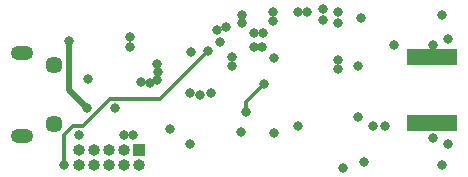
<source format=gbr>
%TF.GenerationSoftware,KiCad,Pcbnew,(6.0.1)*%
%TF.CreationDate,2022-05-09T00:38:21+05:45*%
%TF.ProjectId,ST_RF,53545f52-462e-46b6-9963-61645f706362,rev?*%
%TF.SameCoordinates,Original*%
%TF.FileFunction,Copper,L4,Bot*%
%TF.FilePolarity,Positive*%
%FSLAX46Y46*%
G04 Gerber Fmt 4.6, Leading zero omitted, Abs format (unit mm)*
G04 Created by KiCad (PCBNEW (6.0.1)) date 2022-05-09 00:38:21*
%MOMM*%
%LPD*%
G01*
G04 APERTURE LIST*
%TA.AperFunction,ComponentPad*%
%ADD10O,1.000000X1.000000*%
%TD*%
%TA.AperFunction,ComponentPad*%
%ADD11R,1.000000X1.000000*%
%TD*%
%TA.AperFunction,SMDPad,CuDef*%
%ADD12R,4.200000X1.350000*%
%TD*%
%TA.AperFunction,ComponentPad*%
%ADD13O,1.900000X1.200000*%
%TD*%
%TA.AperFunction,ComponentPad*%
%ADD14C,1.450000*%
%TD*%
%TA.AperFunction,ViaPad*%
%ADD15C,0.800000*%
%TD*%
%TA.AperFunction,Conductor*%
%ADD16C,0.300000*%
%TD*%
%TA.AperFunction,Conductor*%
%ADD17C,0.500000*%
%TD*%
G04 APERTURE END LIST*
D10*
%TO.P,J3,10,Pin_10*%
%TO.N,NRST*%
X31496000Y-41910000D03*
%TO.P,J3,9,Pin_9*%
%TO.N,GND*%
X31496000Y-40640000D03*
%TO.P,J3,8,Pin_8*%
%TO.N,unconnected-(J3-Pad8)*%
X32766000Y-41910000D03*
%TO.P,J3,7,Pin_7*%
%TO.N,unconnected-(J3-Pad7)*%
X32766000Y-40640000D03*
%TO.P,J3,6,Pin_6*%
%TO.N,unconnected-(J3-Pad6)*%
X34036000Y-41910000D03*
%TO.P,J3,5,Pin_5*%
%TO.N,GND*%
X34036000Y-40640000D03*
%TO.P,J3,4,Pin_4*%
%TO.N,SW_CLK*%
X35306000Y-41910000D03*
%TO.P,J3,3,Pin_3*%
%TO.N,GND*%
X35306000Y-40640000D03*
%TO.P,J3,2,Pin_2*%
%TO.N,SW_DIO*%
X36576000Y-41910000D03*
D11*
%TO.P,J3,1,Pin_1*%
%TO.N,+3V3*%
X36576000Y-40640000D03*
%TD*%
D12*
%TO.P,J2,2,Ext*%
%TO.N,GND*%
X61377500Y-32735000D03*
X61377500Y-38385000D03*
%TD*%
D13*
%TO.P,J1,6,Shield*%
%TO.N,unconnected-(J1-Pad6)*%
X26702500Y-39441000D03*
D14*
X29402500Y-33441000D03*
D13*
X26702500Y-32441000D03*
D14*
X29402500Y-38441000D03*
%TD*%
D15*
%TO.N,GND*%
X55118000Y-37846000D03*
X55626000Y-41656000D03*
X62230000Y-41910000D03*
X62738000Y-40132000D03*
X62738000Y-31242000D03*
X62230000Y-29210000D03*
X55372000Y-29464000D03*
X55118000Y-33528000D03*
X61468000Y-31750000D03*
X58166000Y-31750000D03*
X61468000Y-39624000D03*
X57404000Y-38608000D03*
X56388000Y-38608000D03*
X50800000Y-28956000D03*
X50038000Y-28956000D03*
X42672000Y-35814000D03*
X41783000Y-35941000D03*
X40894000Y-35814000D03*
X53848000Y-42164000D03*
X45212000Y-39116000D03*
%TO.N,NRST*%
X30226000Y-41910000D03*
%TO.N,GND*%
X31496000Y-39370000D03*
X36068000Y-39370000D03*
X35306000Y-39370000D03*
X43942000Y-30226000D03*
X43180000Y-30480000D03*
%TO.N,+3V3*%
X43434000Y-31496000D03*
%TO.N,NRST*%
X42418000Y-32258000D03*
%TO.N,+5V*%
X30657800Y-31369000D03*
%TO.N,GND*%
X32232600Y-34620200D03*
%TO.N,+3V3*%
X48031400Y-39217600D03*
%TO.N,GND*%
X48006000Y-32867600D03*
%TO.N,SPI_SCK*%
X45618400Y-37388800D03*
X47172548Y-35052248D03*
%TO.N,GND*%
X53416200Y-33756600D03*
X53416200Y-33020000D03*
X53441600Y-28956000D03*
X53467000Y-29845000D03*
%TO.N,+3V3*%
X52171600Y-28702000D03*
X52171600Y-29616400D03*
X40995600Y-32334200D03*
X47904400Y-29692600D03*
X47904400Y-28956000D03*
%TO.N,GND*%
X45288200Y-29210000D03*
X45313600Y-29870400D03*
X47040800Y-30708600D03*
X46329600Y-30734000D03*
%TO.N,+3V3*%
X47015400Y-31927800D03*
X46329600Y-31927800D03*
%TO.N,GND*%
X44450000Y-32791400D03*
X44450000Y-33528000D03*
%TO.N,+3V3*%
X38100000Y-34721800D03*
X38125400Y-33375600D03*
X38150800Y-34010600D03*
%TO.N,GND*%
X35788600Y-31877000D03*
X35788600Y-31089600D03*
%TO.N,+3V3*%
X37541200Y-34925000D03*
X36728400Y-34899600D03*
%TO.N,GND*%
X34544000Y-37084000D03*
%TO.N,+5V*%
X32181800Y-37109400D03*
%TO.N,GND*%
X39243000Y-38862000D03*
%TO.N,+3V3*%
X40894000Y-40132000D03*
%TO.N,GND*%
X50037400Y-38608000D03*
%TD*%
D16*
%TO.N,NRST*%
X31806459Y-38620489D02*
X30975511Y-38620489D01*
X30226000Y-39370000D02*
X30226000Y-41910000D01*
X34104948Y-36322000D02*
X31806459Y-38620489D01*
X30975511Y-38620489D02*
X30226000Y-39370000D01*
X38354000Y-36322000D02*
X34104948Y-36322000D01*
X42418000Y-32258000D02*
X38354000Y-36322000D01*
D17*
%TO.N,+5V*%
X30657800Y-35585400D02*
X30657800Y-31369000D01*
X32181800Y-37109400D02*
X30657800Y-35585400D01*
D16*
%TO.N,SPI_SCK*%
X45618400Y-36606396D02*
X47172548Y-35052248D01*
X45618400Y-37388800D02*
X45618400Y-36606396D01*
%TD*%
M02*

</source>
